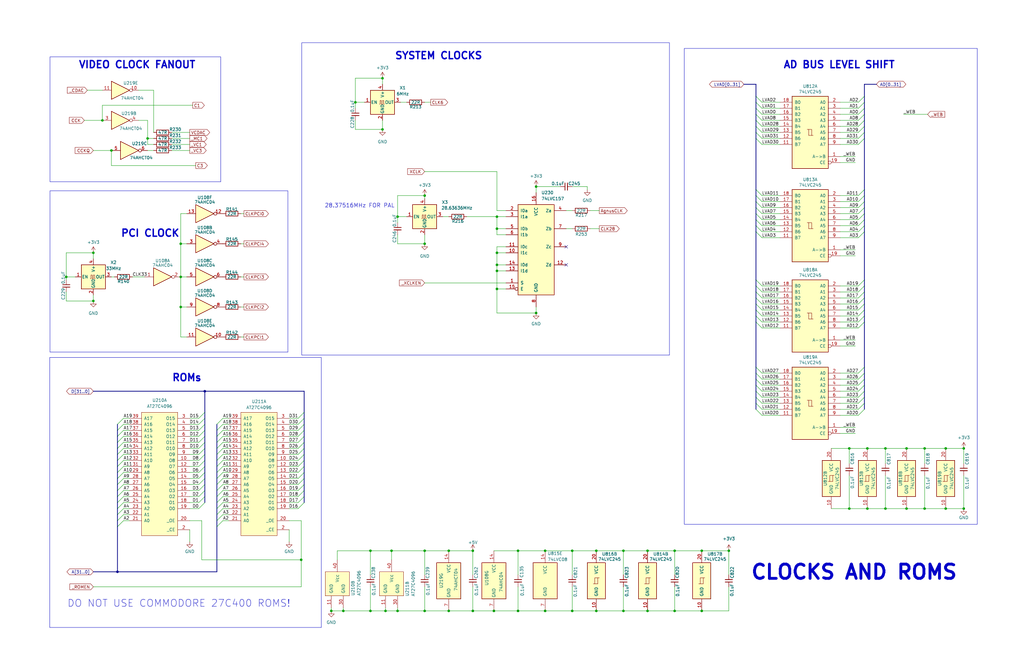
<source format=kicad_sch>
(kicad_sch (version 20231120) (generator "eeschema") (generator_version "8.0")
  (paper "B")
  (title_block (title "AMIGA PCI") (date "2025-04-01") (rev "5.1"))
  (junction (at 382.27 189.23))
  (junction (at 365.76 189.23))
  (junction (at 241.3 257.81))
  (junction (at 262.89 232.41))
  (junction (at 209.55 121.92))
  (junction (at 179.07 232.41))
  (junction (at 144.78 257.81))
  (junction (at 241.3 232.41))
  (junction (at 46.99 63.5))
  (junction (at 156.21 257.81))
  (junction (at 127 236.22))
  (junction (at 49.53 241.3))
  (junction (at 398.78 189.23))
  (junction (at 209.55 96.52))
  (junction (at 218.44 257.81))
  (junction (at 382.27 214.63))
  (junction (at 39.37 127))
  (junction (at 189.23 232.41))
  (junction (at 149.86 43.18))
  (junction (at 208.28 257.81))
  (junction (at 209.55 114.3))
  (junction (at 295.91 232.41))
  (junction (at 358.14 214.63))
  (junction (at 262.89 257.81))
  (junction (at 251.46 257.81))
  (junction (at 373.38 214.63))
  (junction (at 76.2 116.84))
  (junction (at 273.05 257.81))
  (junction (at 209.55 106.68))
  (junction (at 229.87 257.81))
  (junction (at 179.07 102.87))
  (junction (at 295.91 257.81))
  (junction (at 251.46 232.41))
  (junction (at 27.94 116.84))
  (junction (at 39.37 106.68))
  (junction (at 167.64 91.44))
  (junction (at 226.06 78.74))
  (junction (at 406.4 189.23))
  (junction (at 199.39 257.81))
  (junction (at 139.7 257.81))
  (junction (at 161.29 54.61))
  (junction (at 307.34 232.41))
  (junction (at 373.38 189.23))
  (junction (at 76.2 102.87))
  (junction (at 162.56 257.81))
  (junction (at 43.18 50.8))
  (junction (at 179.07 257.81))
  (junction (at 284.48 257.81))
  (junction (at 156.21 232.41))
  (junction (at 406.4 214.63))
  (junction (at 229.87 232.41))
  (junction (at 365.76 214.63))
  (junction (at 226.06 132.08))
  (junction (at 389.89 189.23))
  (junction (at 209.55 111.76))
  (junction (at 86.36 165.1))
  (junction (at 218.44 232.41))
  (junction (at 389.89 214.63))
  (junction (at 179.07 82.55))
  (junction (at 165.1 232.41))
  (junction (at 76.2 129.54))
  (junction (at 167.64 257.81))
  (junction (at 199.39 232.41))
  (junction (at 62.23 58.42))
  (junction (at 273.05 232.41))
  (junction (at 358.14 189.23))
  (junction (at 161.29 33.02))
  (junction (at 284.48 232.41))
  (junction (at 398.78 214.63))
  (junction (at 189.23 257.81))
  (junction (at 209.55 91.44))
  (no_connect (at 238.76 104.14))
  (no_connect (at 238.76 111.76))
  (bus_entry (at 361.95 45.72) (size 2.54 -2.54))
  (bus_entry (at 83.82 194.31) (size 2.54 -2.54))
  (bus_entry (at 93.98 214.63) (size -2.54 2.54))
  (bus_entry (at 321.31 160.02) (size -2.54 -2.54))
  (bus_entry (at 125.73 209.55) (size 2.54 -2.54))
  (bus_entry (at 93.98 194.31) (size -2.54 2.54))
  (bus_entry (at 321.31 167.64) (size -2.54 -2.54))
  (bus_entry (at 83.82 196.85) (size 2.54 -2.54))
  (bus_entry (at 83.82 204.47) (size 2.54 -2.54))
  (bus_entry (at 52.07 207.01) (size -2.54 2.54))
  (bus_entry (at 361.95 95.25) (size 2.54 -2.54))
  (bus_entry (at 93.98 207.01) (size -2.54 2.54))
  (bus_entry (at 321.31 135.89) (size -2.54 -2.54))
  (bus_entry (at 52.07 204.47) (size -2.54 2.54))
  (bus_entry (at 361.95 92.71) (size 2.54 -2.54))
  (bus_entry (at 361.95 43.18) (size 2.54 -2.54))
  (bus_entry (at 52.07 214.63) (size -2.54 2.54))
  (bus_entry (at 361.95 53.34) (size 2.54 -2.54))
  (bus_entry (at 361.95 100.33) (size 2.54 -2.54))
  (bus_entry (at 83.82 181.61) (size 2.54 -2.54))
  (bus_entry (at 361.95 165.1) (size 2.54 -2.54))
  (bus_entry (at 93.98 196.85) (size -2.54 2.54))
  (bus_entry (at 125.73 204.47) (size 2.54 -2.54))
  (bus_entry (at 321.31 85.09) (size -2.54 -2.54))
  (bus_entry (at 52.07 184.15) (size -2.54 2.54))
  (bus_entry (at 93.98 186.69) (size -2.54 2.54))
  (bus_entry (at 361.95 157.48) (size 2.54 -2.54))
  (bus_entry (at 361.95 160.02) (size 2.54 -2.54))
  (bus_entry (at 321.31 162.56) (size -2.54 -2.54))
  (bus_entry (at 83.82 186.69) (size 2.54 -2.54))
  (bus_entry (at 93.98 189.23) (size -2.54 2.54))
  (bus_entry (at 93.98 212.09) (size -2.54 2.54))
  (bus_entry (at 93.98 201.93) (size -2.54 2.54))
  (bus_entry (at 125.73 207.01) (size 2.54 -2.54))
  (bus_entry (at 321.31 53.34) (size -2.54 -2.54))
  (bus_entry (at 52.07 191.77) (size -2.54 2.54))
  (bus_entry (at 83.82 184.15) (size 2.54 -2.54))
  (bus_entry (at 52.07 194.31) (size -2.54 2.54))
  (bus_entry (at 321.31 92.71) (size -2.54 -2.54))
  (bus_entry (at 125.73 179.07) (size 2.54 -2.54))
  (bus_entry (at 52.07 212.09) (size -2.54 2.54))
  (bus_entry (at 321.31 50.8) (size -2.54 -2.54))
  (bus_entry (at 83.82 207.01) (size 2.54 -2.54))
  (bus_entry (at 52.07 176.53) (size -2.54 2.54))
  (bus_entry (at 361.95 162.56) (size 2.54 -2.54))
  (bus_entry (at 321.31 170.18) (size -2.54 -2.54))
  (bus_entry (at 93.98 219.71) (size -2.54 2.54))
  (bus_entry (at 321.31 97.79) (size -2.54 -2.54))
  (bus_entry (at 361.95 120.65) (size 2.54 -2.54))
  (bus_entry (at 52.07 181.61) (size -2.54 2.54))
  (bus_entry (at 93.98 179.07) (size -2.54 2.54))
  (bus_entry (at 83.82 179.07) (size 2.54 -2.54))
  (bus_entry (at 83.82 212.09) (size 2.54 -2.54))
  (bus_entry (at 321.31 123.19) (size -2.54 -2.54))
  (bus_entry (at 52.07 219.71) (size -2.54 2.54))
  (bus_entry (at 125.73 212.09) (size 2.54 -2.54))
  (bus_entry (at 361.95 85.09) (size 2.54 -2.54))
  (bus_entry (at 361.95 48.26) (size 2.54 -2.54))
  (bus_entry (at 52.07 196.85) (size -2.54 2.54))
  (bus_entry (at 125.73 186.69) (size 2.54 -2.54))
  (bus_entry (at 321.31 175.26) (size -2.54 -2.54))
  (bus_entry (at 52.07 209.55) (size -2.54 2.54))
  (bus_entry (at 125.73 189.23) (size 2.54 -2.54))
  (bus_entry (at 361.95 125.73) (size 2.54 -2.54))
  (bus_entry (at 93.98 191.77) (size -2.54 2.54))
  (bus_entry (at 321.31 87.63) (size -2.54 -2.54))
  (bus_entry (at 361.95 128.27) (size 2.54 -2.54))
  (bus_entry (at 321.31 45.72) (size -2.54 -2.54))
  (bus_entry (at 361.95 87.63) (size 2.54 -2.54))
  (bus_entry (at 321.31 48.26) (size -2.54 -2.54))
  (bus_entry (at 321.31 157.48) (size -2.54 -2.54))
  (bus_entry (at 361.95 130.81) (size 2.54 -2.54))
  (bus_entry (at 321.31 43.18) (size -2.54 -2.54))
  (bus_entry (at 321.31 90.17) (size -2.54 -2.54))
  (bus_entry (at 93.98 217.17) (size -2.54 2.54))
  (bus_entry (at 361.95 90.17) (size 2.54 -2.54))
  (bus_entry (at 83.82 176.53) (size 2.54 -2.54))
  (bus_entry (at 361.95 138.43) (size 2.54 -2.54))
  (bus_entry (at 361.95 82.55) (size 2.54 -2.54))
  (bus_entry (at 321.31 130.81) (size -2.54 -2.54))
  (bus_entry (at 83.82 191.77) (size 2.54 -2.54))
  (bus_entry (at 321.31 95.25) (size -2.54 -2.54))
  (bus_entry (at 321.31 125.73) (size -2.54 -2.54))
  (bus_entry (at 361.95 60.96) (size 2.54 -2.54))
  (bus_entry (at 125.73 214.63) (size 2.54 -2.54))
  (bus_entry (at 321.31 55.88) (size -2.54 -2.54))
  (bus_entry (at 321.31 172.72) (size -2.54 -2.54))
  (bus_entry (at 361.95 55.88) (size 2.54 -2.54))
  (bus_entry (at 93.98 181.61) (size -2.54 2.54))
  (bus_entry (at 361.95 135.89) (size 2.54 -2.54))
  (bus_entry (at 125.73 196.85) (size 2.54 -2.54))
  (bus_entry (at 361.95 97.79) (size 2.54 -2.54))
  (bus_entry (at 361.95 172.72) (size 2.54 -2.54))
  (bus_entry (at 125.73 184.15) (size 2.54 -2.54))
  (bus_entry (at 361.95 133.35) (size 2.54 -2.54))
  (bus_entry (at 93.98 176.53) (size -2.54 2.54))
  (bus_entry (at 361.95 175.26) (size 2.54 -2.54))
  (bus_entry (at 321.31 60.96) (size -2.54 -2.54))
  (bus_entry (at 321.31 100.33) (size -2.54 -2.54))
  (bus_entry (at 52.07 189.23) (size -2.54 2.54))
  (bus_entry (at 361.95 58.42) (size 2.54 -2.54))
  (bus_entry (at 52.07 201.93) (size -2.54 2.54))
  (bus_entry (at 321.31 138.43) (size -2.54 -2.54))
  (bus_entry (at 83.82 189.23) (size 2.54 -2.54))
  (bus_entry (at 52.07 179.07) (size -2.54 2.54))
  (bus_entry (at 93.98 204.47) (size -2.54 2.54))
  (bus_entry (at 361.95 50.8) (size 2.54 -2.54))
  (bus_entry (at 321.31 165.1) (size -2.54 -2.54))
  (bus_entry (at 52.07 186.69) (size -2.54 2.54))
  (bus_entry (at 321.31 58.42) (size -2.54 -2.54))
  (bus_entry (at 361.95 123.19) (size 2.54 -2.54))
  (bus_entry (at 125.73 194.31) (size 2.54 -2.54))
  (bus_entry (at 52.07 217.17) (size -2.54 2.54))
  (bus_entry (at 125.73 199.39) (size 2.54 -2.54))
  (bus_entry (at 321.31 82.55) (size -2.54 -2.54))
  (bus_entry (at 125.73 191.77) (size 2.54 -2.54))
  (bus_entry (at 93.98 184.15) (size -2.54 2.54))
  (bus_entry (at 93.98 209.55) (size -2.54 2.54))
  (bus_entry (at 125.73 181.61) (size 2.54 -2.54))
  (bus_entry (at 83.82 199.39) (size 2.54 -2.54))
  (bus_entry (at 321.31 133.35) (size -2.54 -2.54))
  (bus_entry (at 361.95 170.18) (size 2.54 -2.54))
  (bus_entry (at 93.98 199.39) (size -2.54 2.54))
  (bus_entry (at 361.95 167.64) (size 2.54 -2.54))
  (bus_entry (at 125.73 201.93) (size 2.54 -2.54))
  (bus_entry (at 321.31 128.27) (size -2.54 -2.54))
  (bus_entry (at 52.07 199.39) (size -2.54 2.54))
  (bus_entry (at 83.82 201.93) (size 2.54 -2.54))
  (bus_entry (at 125.73 176.53) (size 2.54 -2.54))
  (bus_entry (at 83.82 214.63) (size 2.54 -2.54))
  (bus_entry (at 321.31 120.65) (size -2.54 -2.54))
  (bus_entry (at 83.82 209.55) (size 2.54 -2.54))
  (bus (pts (xy 49.53 191.77) (xy 49.53 194.31)))
  (bus (pts (xy 86.36 165.1) (xy 128.27 165.1)))
  (wire (pts (xy 199.39 242.57) (xy 199.39 232.41)))
  (wire (pts (xy 284.48 257.81) (xy 295.91 257.81)))
  (wire (pts (xy 321.31 90.17) (xy 328.93 90.17)))
  (wire (pts (xy 321.31 45.72) (xy 328.93 45.72)))
  (bus (pts (xy 318.77 170.18) (xy 318.77 167.64)))
  (wire (pts (xy 354.33 107.95) (xy 360.68 107.95)))
  (wire (pts (xy 354.33 182.88) (xy 360.68 182.88)))
  (wire (pts (xy 167.64 256.54) (xy 167.64 257.81)))
  (wire (pts (xy 321.31 60.96) (xy 328.93 60.96)))
  (wire (pts (xy 199.39 257.81) (xy 208.28 257.81)))
  (wire (pts (xy 64.77 58.42) (xy 62.23 58.42)))
  (wire (pts (xy 101.6 90.17) (xy 102.87 90.17)))
  (wire (pts (xy 43.18 44.45) (xy 81.28 44.45)))
  (bus (pts (xy 49.53 184.15) (xy 49.53 186.69)))
  (wire (pts (xy 238.76 96.52) (xy 241.3 96.52)))
  (bus (pts (xy 91.44 196.85) (xy 91.44 199.39)))
  (bus (pts (xy 39.37 241.3) (xy 49.53 241.3)))
  (wire (pts (xy 284.48 257.81) (xy 284.48 247.65)))
  (wire (pts (xy 361.95 43.18) (xy 354.33 43.18)))
  (wire (pts (xy 179.07 232.41) (xy 189.23 232.41)))
  (wire (pts (xy 96.52 219.71) (xy 93.98 219.71)))
  (wire (pts (xy 121.92 189.23) (xy 125.73 189.23)))
  (wire (pts (xy 321.31 50.8) (xy 328.93 50.8)))
  (wire (pts (xy 149.86 33.02) (xy 161.29 33.02)))
  (wire (pts (xy 96.52 196.85) (xy 93.98 196.85)))
  (bus (pts (xy 318.77 43.18) (xy 318.77 40.64)))
  (bus (pts (xy 86.36 186.69) (xy 86.36 189.23)))
  (wire (pts (xy 62.23 58.42) (xy 62.23 60.96)))
  (wire (pts (xy 78.74 142.24) (xy 76.2 142.24)))
  (bus (pts (xy 318.77 97.79) (xy 318.77 95.25)))
  (wire (pts (xy 142.24 232.41) (xy 156.21 232.41)))
  (bus (pts (xy 318.77 162.56) (xy 318.77 160.02)))
  (bus (pts (xy 49.53 241.3) (xy 91.44 241.3)))
  (bus (pts (xy 128.27 186.69) (xy 128.27 189.23)))
  (wire (pts (xy 54.61 184.15) (xy 52.07 184.15)))
  (bus (pts (xy 364.49 172.72) (xy 364.49 170.18)))
  (bus (pts (xy 364.49 160.02) (xy 364.49 157.48)))
  (wire (pts (xy 179.07 247.65) (xy 179.07 257.81)))
  (wire (pts (xy 121.92 186.69) (xy 125.73 186.69)))
  (bus (pts (xy 364.49 95.25) (xy 364.49 92.71)))
  (wire (pts (xy 189.23 232.41) (xy 199.39 232.41)))
  (wire (pts (xy 161.29 33.02) (xy 161.29 35.56)))
  (bus (pts (xy 49.53 222.25) (xy 49.53 241.3)))
  (wire (pts (xy 241.3 232.41) (xy 229.87 232.41)))
  (wire (pts (xy 358.14 189.23) (xy 365.76 189.23)))
  (wire (pts (xy 361.95 87.63) (xy 354.33 87.63)))
  (wire (pts (xy 101.6 142.24) (xy 102.87 142.24)))
  (wire (pts (xy 78.74 90.17) (xy 76.2 90.17)))
  (bus (pts (xy 49.53 201.93) (xy 49.53 204.47)))
  (wire (pts (xy 80.01 194.31) (xy 83.82 194.31)))
  (bus (pts (xy 364.49 125.73) (xy 364.49 123.19)))
  (wire (pts (xy 80.01 209.55) (xy 83.82 209.55)))
  (wire (pts (xy 209.55 72.39) (xy 179.07 72.39)))
  (bus (pts (xy 364.49 170.18) (xy 364.49 167.64)))
  (wire (pts (xy 361.95 170.18) (xy 354.33 170.18)))
  (bus (pts (xy 49.53 214.63) (xy 49.53 217.17)))
  (bus (pts (xy 318.77 58.42) (xy 318.77 55.88)))
  (wire (pts (xy 361.95 95.25) (xy 354.33 95.25)))
  (wire (pts (xy 39.37 106.68) (xy 39.37 109.22)))
  (wire (pts (xy 361.95 172.72) (xy 354.33 172.72)))
  (bus (pts (xy 91.44 181.61) (xy 91.44 184.15)))
  (wire (pts (xy 218.44 232.41) (xy 229.87 232.41)))
  (bus (pts (xy 128.27 199.39) (xy 128.27 201.93)))
  (wire (pts (xy 186.69 91.44) (xy 189.23 91.44)))
  (wire (pts (xy 252.73 96.52) (xy 248.92 96.52)))
  (bus (pts (xy 318.77 85.09) (xy 318.77 82.55)))
  (wire (pts (xy 361.95 58.42) (xy 354.33 58.42)))
  (wire (pts (xy 389.89 200.66) (xy 389.89 214.63)))
  (wire (pts (xy 96.52 179.07) (xy 93.98 179.07)))
  (bus (pts (xy 128.27 209.55) (xy 128.27 212.09)))
  (bus (pts (xy 364.49 123.19) (xy 364.49 120.65)))
  (wire (pts (xy 121.92 184.15) (xy 125.73 184.15)))
  (wire (pts (xy 209.55 88.9) (xy 213.36 88.9)))
  (wire (pts (xy 162.56 257.81) (xy 167.64 257.81)))
  (bus (pts (xy 128.27 196.85) (xy 128.27 199.39)))
  (wire (pts (xy 350.52 189.23) (xy 358.14 189.23)))
  (wire (pts (xy 31.75 116.84) (xy 27.94 116.84)))
  (bus (pts (xy 364.49 154.94) (xy 364.49 135.89)))
  (bus (pts (xy 128.27 204.47) (xy 128.27 207.01)))
  (wire (pts (xy 27.94 106.68) (xy 39.37 106.68)))
  (wire (pts (xy 209.55 121.92) (xy 209.55 132.08)))
  (wire (pts (xy 80.01 181.61) (xy 83.82 181.61)))
  (wire (pts (xy 121.92 199.39) (xy 125.73 199.39)))
  (bus (pts (xy 364.49 92.71) (xy 364.49 90.17)))
  (wire (pts (xy 307.34 242.57) (xy 307.34 232.41)))
  (bus (pts (xy 318.77 165.1) (xy 318.77 162.56)))
  (wire (pts (xy 218.44 257.81) (xy 229.87 257.81)))
  (bus (pts (xy 318.77 125.73) (xy 318.77 123.19)))
  (wire (pts (xy 80.01 196.85) (xy 83.82 196.85)))
  (wire (pts (xy 171.45 91.44) (xy 167.64 91.44)))
  (wire (pts (xy 153.67 43.18) (xy 149.86 43.18)))
  (wire (pts (xy 121.92 204.47) (xy 125.73 204.47)))
  (wire (pts (xy 273.05 257.81) (xy 284.48 257.81)))
  (wire (pts (xy 179.07 232.41) (xy 179.07 242.57)))
  (wire (pts (xy 321.31 120.65) (xy 328.93 120.65)))
  (wire (pts (xy 39.37 63.5) (xy 46.99 63.5)))
  (wire (pts (xy 43.18 50.8) (xy 43.18 44.45)))
  (wire (pts (xy 96.52 191.77) (xy 93.98 191.77)))
  (bus (pts (xy 318.77 118.11) (xy 318.77 97.79)))
  (wire (pts (xy 321.31 55.88) (xy 328.93 55.88)))
  (wire (pts (xy 209.55 111.76) (xy 209.55 114.3)))
  (wire (pts (xy 27.94 127) (xy 39.37 127)))
  (wire (pts (xy 168.91 43.18) (xy 171.45 43.18)))
  (wire (pts (xy 213.36 104.14) (xy 209.55 104.14)))
  (wire (pts (xy 361.95 100.33) (xy 354.33 100.33)))
  (wire (pts (xy 80.01 204.47) (xy 83.82 204.47)))
  (wire (pts (xy 27.94 116.84) (xy 27.94 106.68)))
  (wire (pts (xy 321.31 165.1) (xy 328.93 165.1)))
  (bus (pts (xy 318.77 160.02) (xy 318.77 157.48)))
  (bus (pts (xy 364.49 135.89) (xy 364.49 133.35)))
  (wire (pts (xy 96.52 189.23) (xy 93.98 189.23)))
  (wire (pts (xy 36.83 38.1) (xy 43.18 38.1)))
  (bus (pts (xy 318.77 133.35) (xy 318.77 130.81)))
  (wire (pts (xy 127 236.22) (xy 127 219.71)))
  (wire (pts (xy 209.55 114.3) (xy 213.36 114.3)))
  (wire (pts (xy 365.76 189.23) (xy 373.38 189.23)))
  (bus (pts (xy 128.27 194.31) (xy 128.27 196.85)))
  (wire (pts (xy 80.01 191.77) (xy 83.82 191.77)))
  (wire (pts (xy 165.1 232.41) (xy 179.07 232.41)))
  (bus (pts (xy 91.44 191.77) (xy 91.44 194.31)))
  (wire (pts (xy 241.3 232.41) (xy 251.46 232.41)))
  (bus (pts (xy 49.53 181.61) (xy 49.53 184.15)))
  (wire (pts (xy 361.95 125.73) (xy 354.33 125.73)))
  (wire (pts (xy 262.89 257.81) (xy 262.89 247.65)))
  (wire (pts (xy 398.78 189.23) (xy 406.4 189.23)))
  (wire (pts (xy 321.31 170.18) (xy 328.93 170.18)))
  (wire (pts (xy 321.31 100.33) (xy 328.93 100.33)))
  (wire (pts (xy 167.64 91.44) (xy 167.64 82.55)))
  (wire (pts (xy 361.95 138.43) (xy 354.33 138.43)))
  (bus (pts (xy 318.77 48.26) (xy 318.77 45.72)))
  (bus (pts (xy 364.49 120.65) (xy 364.49 118.11)))
  (wire (pts (xy 361.95 130.81) (xy 354.33 130.81)))
  (bus (pts (xy 128.27 179.07) (xy 128.27 181.61)))
  (wire (pts (xy 209.55 96.52) (xy 209.55 91.44)))
  (wire (pts (xy 321.31 130.81) (xy 328.93 130.81)))
  (wire (pts (xy 373.38 189.23) (xy 373.38 195.58)))
  (wire (pts (xy 382.27 214.63) (xy 389.89 214.63)))
  (wire (pts (xy 54.61 219.71) (xy 52.07 219.71)))
  (bus (pts (xy 91.44 207.01) (xy 91.44 209.55)))
  (wire (pts (xy 27.94 123.19) (xy 27.94 127)))
  (wire (pts (xy 321.31 87.63) (xy 328.93 87.63)))
  (wire (pts (xy 358.14 214.63) (xy 358.14 200.66)))
  (wire (pts (xy 72.39 55.88) (xy 80.01 55.88)))
  (wire (pts (xy 321.31 43.18) (xy 328.93 43.18)))
  (wire (pts (xy 101.6 129.54) (xy 102.87 129.54)))
  (wire (pts (xy 96.52 194.31) (xy 93.98 194.31)))
  (bus (pts (xy 318.77 135.89) (xy 318.77 133.35)))
  (bus (pts (xy 318.77 82.55) (xy 318.77 80.01)))
  (wire (pts (xy 80.01 223.52) (xy 80.01 228.6)))
  (wire (pts (xy 321.31 53.34) (xy 328.93 53.34)))
  (wire (pts (xy 321.31 160.02) (xy 328.93 160.02)))
  (wire (pts (xy 218.44 247.65) (xy 218.44 257.81)))
  (wire (pts (xy 358.14 195.58) (xy 358.14 189.23)))
  (bus (pts (xy 39.37 165.1) (xy 86.36 165.1)))
  (wire (pts (xy 80.01 214.63) (xy 83.82 214.63)))
  (wire (pts (xy 121.92 176.53) (xy 125.73 176.53)))
  (wire (pts (xy 321.31 167.64) (xy 328.93 167.64)))
  (wire (pts (xy 121.92 219.71) (xy 127 219.71)))
  (wire (pts (xy 321.31 175.26) (xy 328.93 175.26)))
  (wire (pts (xy 156.21 257.81) (xy 162.56 257.81)))
  (wire (pts (xy 80.01 179.07) (xy 83.82 179.07)))
  (wire (pts (xy 389.89 189.23) (xy 389.89 195.58)))
  (wire (pts (xy 199.39 247.65) (xy 199.39 257.81)))
  (wire (pts (xy 321.31 95.25) (xy 328.93 95.25)))
  (wire (pts (xy 361.95 53.34) (xy 354.33 53.34)))
  (bus (pts (xy 364.49 58.42) (xy 364.49 55.88)))
  (wire (pts (xy 72.39 58.42) (xy 80.01 58.42)))
  (wire (pts (xy 262.89 242.57) (xy 262.89 232.41)))
  (bus (pts (xy 318.77 40.64) (xy 318.77 35.56)))
  (wire (pts (xy 121.92 209.55) (xy 125.73 209.55)))
  (bus (pts (xy 313.69 35.56) (xy 318.77 35.56)))
  (wire (pts (xy 365.76 214.63) (xy 373.38 214.63)))
  (wire (pts (xy 149.86 43.18) (xy 149.86 33.02)))
  (bus (pts (xy 318.77 120.65) (xy 318.77 118.11)))
  (wire (pts (xy 80.01 176.53) (xy 83.82 176.53)))
  (bus (pts (xy 364.49 128.27) (xy 364.49 125.73)))
  (wire (pts (xy 262.89 232.41) (xy 251.46 232.41)))
  (bus (pts (xy 86.36 194.31) (xy 86.36 196.85)))
  (wire (pts (xy 96.52 207.01) (xy 93.98 207.01)))
  (wire (pts (xy 76.2 142.24) (xy 76.2 129.54)))
  (bus (pts (xy 318.77 53.34) (xy 318.77 50.8)))
  (wire (pts (xy 80.01 212.09) (xy 83.82 212.09)))
  (bus (pts (xy 364.49 43.18) (xy 364.49 40.64)))
  (wire (pts (xy 76.2 129.54) (xy 76.2 116.84)))
  (wire (pts (xy 96.52 199.39) (xy 93.98 199.39)))
  (wire (pts (xy 361.95 85.09) (xy 354.33 85.09)))
  (wire (pts (xy 121.92 181.61) (xy 125.73 181.61)))
  (wire (pts (xy 321.31 48.26) (xy 328.93 48.26)))
  (wire (pts (xy 321.31 128.27) (xy 328.93 128.27)))
  (wire (pts (xy 96.52 184.15) (xy 93.98 184.15)))
  (wire (pts (xy 58.42 38.1) (xy 64.77 38.1)))
  (wire (pts (xy 54.61 199.39) (xy 52.07 199.39)))
  (wire (pts (xy 55.88 116.84) (xy 60.96 116.84)))
  (wire (pts (xy 361.95 128.27) (xy 354.33 128.27)))
  (bus (pts (xy 86.36 181.61) (xy 86.36 184.15)))
  (wire (pts (xy 54.61 191.77) (xy 52.07 191.77)))
  (bus (pts (xy 318.77 80.01) (xy 318.77 58.42)))
  (bus (pts (xy 49.53 209.55) (xy 49.53 212.09)))
  (wire (pts (xy 361.95 50.8) (xy 354.33 50.8)))
  (wire (pts (xy 361.95 123.19) (xy 354.33 123.19)))
  (bus (pts (xy 128.27 184.15) (xy 128.27 186.69)))
  (wire (pts (xy 149.86 54.61) (xy 161.29 54.61)))
  (wire (pts (xy 241.3 78.74) (xy 247.65 78.74)))
  (bus (pts (xy 49.53 186.69) (xy 49.53 189.23)))
  (wire (pts (xy 361.95 167.64) (xy 354.33 167.64)))
  (wire (pts (xy 139.7 257.81) (xy 144.78 257.81)))
  (wire (pts (xy 62.23 58.42) (xy 62.23 50.8)))
  (bus (pts (xy 49.53 179.07) (xy 49.53 181.61)))
  (bus (pts (xy 364.49 167.64) (xy 364.49 165.1)))
  (bus (pts (xy 364.49 55.88) (xy 364.49 53.34)))
  (wire (pts (xy 361.95 157.48) (xy 354.33 157.48)))
  (bus (pts (xy 364.49 45.72) (xy 364.49 43.18)))
  (wire (pts (xy 209.55 132.08) (xy 226.06 132.08)))
  (wire (pts (xy 80.01 189.23) (xy 83.82 189.23)))
  (wire (pts (xy 226.06 78.74) (xy 236.22 78.74)))
  (wire (pts (xy 165.1 232.41) (xy 165.1 236.22)))
  (wire (pts (xy 179.07 82.55) (xy 179.07 83.82)))
  (wire (pts (xy 72.39 60.96) (xy 80.01 60.96)))
  (wire (pts (xy 361.95 175.26) (xy 354.33 175.26)))
  (wire (pts (xy 54.61 189.23) (xy 52.07 189.23)))
  (wire (pts (xy 209.55 99.06) (xy 209.55 96.52)))
  (bus (pts (xy 91.44 184.15) (xy 91.44 186.69)))
  (wire (pts (xy 226.06 132.08) (xy 226.06 129.54)))
  (wire (pts (xy 241.3 257.81) (xy 251.46 257.81)))
  (wire (pts (xy 321.31 82.55) (xy 328.93 82.55)))
  (wire (pts (xy 80.01 199.39) (xy 83.82 199.39)))
  (bus (pts (xy 86.36 179.07) (xy 86.36 181.61)))
  (wire (pts (xy 96.52 186.69) (xy 93.98 186.69)))
  (wire (pts (xy 321.31 162.56) (xy 328.93 162.56)))
  (wire (pts (xy 54.61 217.17) (xy 52.07 217.17)))
  (wire (pts (xy 167.64 91.44) (xy 167.64 93.98)))
  (wire (pts (xy 284.48 232.41) (xy 273.05 232.41)))
  (wire (pts (xy 373.38 214.63) (xy 382.27 214.63)))
  (bus (pts (xy 91.44 222.25) (xy 91.44 241.3)))
  (wire (pts (xy 321.31 97.79) (xy 328.93 97.79)))
  (bus (pts (xy 318.77 90.17) (xy 318.77 87.63)))
  (bus (pts (xy 128.27 201.93) (xy 128.27 204.47)))
  (wire (pts (xy 96.52 217.17) (xy 93.98 217.17)))
  (bus (pts (xy 91.44 199.39) (xy 91.44 201.93)))
  (wire (pts (xy 54.61 201.93) (xy 52.07 201.93)))
  (wire (pts (xy 80.01 186.69) (xy 83.82 186.69)))
  (wire (pts (xy 167.64 82.55) (xy 179.07 82.55)))
  (wire (pts (xy 179.07 119.38) (xy 213.36 119.38)))
  (wire (pts (xy 251.46 257.81) (xy 262.89 257.81)))
  (wire (pts (xy 121.92 207.01) (xy 125.73 207.01)))
  (wire (pts (xy 354.33 66.04) (xy 360.68 66.04)))
  (wire (pts (xy 361.95 162.56) (xy 354.33 162.56)))
  (wire (pts (xy 167.64 99.06) (xy 167.64 102.87)))
  (wire (pts (xy 121.92 214.63) (xy 125.73 214.63)))
  (bus (pts (xy 49.53 189.23) (xy 49.53 191.77)))
  (wire (pts (xy 373.38 189.23) (xy 382.27 189.23)))
  (wire (pts (xy 354.33 105.41) (xy 360.68 105.41)))
  (bus (pts (xy 318.77 87.63) (xy 318.77 85.09)))
  (bus (pts (xy 49.53 196.85) (xy 49.53 199.39)))
  (wire (pts (xy 179.07 257.81) (xy 189.23 257.81)))
  (bus (pts (xy 49.53 199.39) (xy 49.53 201.93)))
  (bus (pts (xy 86.36 204.47) (xy 86.36 207.01)))
  (bus (pts (xy 86.36 184.15) (xy 86.36 186.69)))
  (wire (pts (xy 241.3 257.81) (xy 241.3 247.65)))
  (wire (pts (xy 361.95 135.89) (xy 354.33 135.89)))
  (wire (pts (xy 96.52 181.61) (xy 93.98 181.61)))
  (bus (pts (xy 49.53 217.17) (xy 49.53 219.71)))
  (bus (pts (xy 49.53 212.09) (xy 49.53 214.63)))
  (bus (pts (xy 49.53 219.71) (xy 49.53 222.25)))
  (bus (pts (xy 86.36 189.23) (xy 86.36 191.77)))
  (wire (pts (xy 361.95 60.96) (xy 354.33 60.96)))
  (wire (pts (xy 96.52 214.63) (xy 93.98 214.63)))
  (bus (pts (xy 364.49 82.55) (xy 364.49 80.01)))
  (wire (pts (xy 54.61 186.69) (xy 52.07 186.69)))
  (bus (pts (xy 364.49 87.63) (xy 364.49 85.09)))
  (wire (pts (xy 354.33 180.34) (xy 360.68 180.34)))
  (wire (pts (xy 46.99 116.84) (xy 48.26 116.84)))
  (bus (pts (xy 86.36 165.1) (xy 86.36 173.99)))
  (wire (pts (xy 406.4 195.58) (xy 406.4 189.23)))
  (wire (pts (xy 209.55 72.39) (xy 209.55 88.9)))
  (bus (pts (xy 49.53 204.47) (xy 49.53 207.01)))
  (bus (pts (xy 364.49 130.81) (xy 364.49 128.27)))
  (bus (pts (xy 91.44 194.31) (xy 91.44 196.85)))
  (bus (pts (xy 318.77 172.72) (xy 318.77 170.18)))
  (bus (pts (xy 364.49 85.09) (xy 364.49 82.55)))
  (bus (pts (xy 86.36 173.99) (xy 86.36 176.53)))
  (bus (pts (xy 318.77 130.81) (xy 318.77 128.27)))
  (wire (pts (xy 321.31 138.43) (xy 328.93 138.43)))
  (wire (pts (xy 361.95 97.79) (xy 354.33 97.79)))
  (wire (pts (xy 389.89 214.63) (xy 398.78 214.63)))
  (wire (pts (xy 209.55 111.76) (xy 213.36 111.76)))
  (wire (pts (xy 218.44 232.41) (xy 218.44 242.57)))
  (wire (pts (xy 121.92 194.31) (xy 125.73 194.31)))
  (wire (pts (xy 72.39 63.5) (xy 80.01 63.5)))
  (wire (pts (xy 46.99 69.85) (xy 46.99 63.5)))
  (bus (pts (xy 128.27 181.61) (xy 128.27 184.15)))
  (bus (pts (xy 318.77 45.72) (xy 318.77 43.18)))
  (wire (pts (xy 321.31 135.89) (xy 328.93 135.89)))
  (wire (pts (xy 354.33 143.51) (xy 360.68 143.51)))
  (bus (pts (xy 364.49 40.64) (xy 364.49 35.56)))
  (bus (pts (xy 86.36 191.77) (xy 86.36 194.31)))
  (bus (pts (xy 91.44 189.23) (xy 91.44 191.77)))
  (wire (pts (xy 85.09 236.22) (xy 127 236.22)))
  (bus (pts (xy 364.49 48.26) (xy 364.49 45.72)))
  (bus (pts (xy 364.49 157.48) (xy 364.49 154.94)))
  (wire (pts (xy 208.28 257.81) (xy 218.44 257.81)))
  (wire (pts (xy 80.01 184.15) (xy 83.82 184.15)))
  (wire (pts (xy 262.89 257.81) (xy 273.05 257.81)))
  (bus (pts (xy 128.27 173.99) (xy 128.27 165.1)))
  (bus (pts (xy 364.49 97.79) (xy 364.49 95.25)))
  (bus (pts (xy 364.49 53.34) (xy 364.49 50.8)))
  (wire (pts (xy 121.92 196.85) (xy 125.73 196.85)))
  (wire (pts (xy 58.42 50.8) (xy 62.23 50.8)))
  (wire (pts (xy 209.55 114.3) (xy 209.55 121.92)))
  (bus (pts (xy 91.44 201.93) (xy 91.44 204.47)))
  (wire (pts (xy 76.2 102.87) (xy 76.2 116.84)))
  (wire (pts (xy 209.55 91.44) (xy 213.36 91.44)))
  (wire (pts (xy 127 247.65) (xy 39.37 247.65)))
  (bus (pts (xy 318.77 55.88) (xy 318.77 53.34)))
  (wire (pts (xy 156.21 232.41) (xy 156.21 242.57)))
  (bus (pts (xy 318.77 95.25) (xy 318.77 92.71)))
  (wire (pts (xy 54.61 194.31) (xy 52.07 194.31)))
  (wire (pts (xy 307.34 257.81) (xy 307.34 247.65)))
  (wire (pts (xy 96.52 212.09) (xy 93.98 212.09)))
  (bus (pts (xy 128.27 176.53) (xy 128.27 179.07)))
  (wire (pts (xy 96.52 204.47) (xy 93.98 204.47)))
  (wire (pts (xy 179.07 99.06) (xy 179.07 102.87)))
  (wire (pts (xy 229.87 257.81) (xy 241.3 257.81)))
  (bus (pts (xy 364.49 162.56) (xy 364.49 160.02)))
  (wire (pts (xy 262.89 232.41) (xy 273.05 232.41)))
  (wire (pts (xy 76.2 116.84) (xy 78.74 116.84)))
  (bus (pts (xy 364.49 133.35) (xy 364.49 130.81)))
  (wire (pts (xy 167.64 257.81) (xy 179.07 257.81)))
  (wire (pts (xy 96.52 176.53) (xy 93.98 176.53)))
  (wire (pts (xy 354.33 146.05) (xy 360.68 146.05)))
  (bus (pts (xy 364.49 80.01) (xy 364.49 58.42)))
  (wire (pts (xy 208.28 232.41) (xy 218.44 232.41)))
  (wire (pts (xy 35.56 50.8) (xy 43.18 50.8)))
  (wire (pts (xy 142.24 232.41) (xy 142.24 236.22)))
  (wire (pts (xy 196.85 91.44) (xy 209.55 91.44)))
  (bus (pts (xy 318.77 128.27) (xy 318.77 125.73)))
  (wire (pts (xy 321.31 92.71) (xy 328.93 92.71)))
  (wire (pts (xy 162.56 256.54) (xy 162.56 257.81)))
  (wire (pts (xy 321.31 133.35) (xy 328.93 133.35)))
  (bus (pts (xy 91.44 204.47) (xy 91.44 207.01)))
  (bus (pts (xy 91.44 217.17) (xy 91.44 219.71)))
  (wire (pts (xy 382.27 189.23) (xy 389.89 189.23)))
  (wire (pts (xy 76.2 90.17) (xy 76.2 102.87)))
  (bus (pts (xy 91.44 219.71) (xy 91.44 222.25)))
  (wire (pts (xy 127 247.65) (xy 127 236.22)))
  (bus (pts (xy 318.77 154.94) (xy 318.77 135.89)))
  (wire (pts (xy 96.52 201.93) (xy 93.98 201.93)))
  (wire (pts (xy 389.89 189.23) (xy 398.78 189.23)))
  (wire (pts (xy 241.3 88.9) (xy 238.76 88.9)))
  (wire (pts (xy 149.86 43.18) (xy 149.86 45.72)))
  (bus (pts (xy 49.53 194.31) (xy 49.53 196.85)))
  (bus (pts (xy 364.49 118.11) (xy 364.49 97.79)))
  (bus (pts (xy 318.77 50.8) (xy 318.77 48.26)))
  (bus (pts (xy 364.49 90.17) (xy 364.49 87.63)))
  (bus (pts (xy 128.27 189.23) (xy 128.27 191.77)))
  (wire (pts (xy 361.95 160.02) (xy 354.33 160.02)))
  (bus (pts (xy 86.36 201.93) (xy 86.36 204.47)))
  (wire (pts (xy 213.36 121.92) (xy 209.55 121.92)))
  (wire (pts (xy 80.01 207.01) (xy 83.82 207.01)))
  (wire (pts (xy 252.73 88.9) (xy 248.92 88.9)))
  (wire (pts (xy 406.4 200.66) (xy 406.4 214.63)))
  (wire (pts (xy 398.78 214.63) (xy 406.4 214.63)))
  (wire (pts (xy 307.34 232.41) (xy 295.91 232.41)))
  (wire (pts (xy 54.61 207.01) (xy 52.07 207.01)))
  (bus (pts (xy 91.44 214.63) (xy 91.44 217.17)))
  (wire (pts (xy 64.77 38.1) (xy 64.77 55.88)))
  (wire (pts (xy 27.94 116.84) (xy 27.94 118.11)))
  (bus (pts (xy 128.27 207.01) (xy 128.27 209.55)))
  (wire (pts (xy 247.65 78.74) (xy 247.65 80.01)))
  (wire (pts (xy 209.55 106.68) (xy 209.55 111.76)))
  (wire (pts (xy 139.7 256.54) (xy 139.7 257.81)))
  (wire (pts (xy 54.61 214.63) (xy 52.07 214.63)))
  (wire (pts (xy 321.31 58.42) (xy 328.93 58.42)))
  (wire (pts (xy 361.95 92.71) (xy 354.33 92.71)))
  (wire (pts (xy 179.07 43.18) (xy 181.61 43.18)))
  (wire (pts (xy 321.31 157.48) (xy 328.93 157.48)))
  (wire (pts (xy 361.95 90.17) (xy 354.33 90.17)))
  (wire (pts (xy 121.92 191.77) (xy 125.73 191.77)))
  (wire (pts (xy 62.23 60.96) (xy 64.77 60.96)))
  (bus (pts (xy 86.36 176.53) (xy 86.36 179.07)))
  (wire (pts (xy 361.95 55.88) (xy 354.33 55.88)))
  (bus (pts (xy 91.44 186.69) (xy 91.44 189.23)))
  (wire (pts (xy 209.55 106.68) (xy 213.36 106.68)))
  (bus (pts (xy 364.49 50.8) (xy 364.49 48.26)))
  (bus (pts (xy 86.36 209.55) (xy 86.36 212.09)))
  (wire (pts (xy 101.6 116.84) (xy 102.87 116.84)))
  (wire (pts (xy 213.36 96.52) (xy 209.55 96.52)))
  (wire (pts (xy 121.92 212.09) (xy 125.73 212.09)))
  (bus (pts (xy 91.44 179.07) (xy 91.44 181.61)))
  (wire (pts (xy 295.91 257.81) (xy 307.34 257.81)))
  (wire (pts (xy 199.39 257.81) (xy 189.23 257.81)))
  (wire (pts (xy 350.52 214.63) (xy 358.14 214.63)))
  (wire (pts (xy 64.77 63.5) (xy 62.23 63.5)))
  (wire (pts (xy 121.92 179.07) (xy 125.73 179.07)))
  (wire (pts (xy 361.95 45.72) (xy 354.33 45.72)))
  (wire (pts (xy 39.37 124.46) (xy 39.37 127)))
  (bus (pts (xy 364.49 165.1) (xy 364.49 162.56)))
  (wire (pts (xy 149.86 50.8) (xy 149.86 54.61)))
  (wire (pts (xy 85.09 219.71) (xy 85.09 236.22)))
  (wire (pts (xy 80.01 219.71) (xy 85.09 219.71)))
  (wire (pts (xy 284.48 232.41) (xy 295.91 232.41)))
  (wire (pts (xy 361.95 48.26) (xy 354.33 48.26)))
  (wire (pts (xy 156.21 232.41) (xy 165.1 232.41)))
  (wire (pts (xy 321.31 125.73) (xy 328.93 125.73)))
  (wire (pts (xy 101.6 102.87) (xy 102.87 102.87)))
  (bus (pts (xy 318.77 92.71) (xy 318.77 90.17)))
  (bus (pts (xy 318.77 167.64) (xy 318.77 165.1)))
  (wire (pts (xy 321.31 123.19) (xy 328.93 123.19)))
  (wire (pts (xy 391.16 48.26) (xy 381 48.26)))
  (wire (pts (xy 54.61 196.85) (xy 52.07 196.85)))
  (wire (pts (xy 161.29 50.8) (xy 161.29 54.61)))
  (bus (pts (xy 318.77 123.19) (xy 318.77 120.65)))
  (bus (pts (xy 86.36 207.01) (xy 86.36 209.55)))
  (wire (pts (xy 213.36 99.06) (xy 209.55 99.06)))
  (wire (pts (xy 361.95 82.55) (xy 354.33 82.55)))
  (bus (pts (xy 364.49 35.56) (xy 369.57 35.56)))
  (bus (pts (xy 128.27 173.99) (xy 128.27 176.53)))
  (wire (pts (xy 54.61 209.55) (xy 52.07 209.55)))
  (bus (pts (xy 318.77 157.48) (xy 318.77 154.94)))
  (wire (pts (xy 144.78 257.81) (xy 156.21 257.81)))
  (wire (pts (xy 284.48 242.57) (xy 284.48 232.41)))
  (wire (pts (xy 121.92 201.93) (xy 125.73 201.93)))
  (wire (pts (xy 76.2 129.54) (xy 78.74 129.54)))
  (wire (pts (xy 96.52 209.55) (xy 93.98 209.55)))
  (wire (pts (xy 241.3 242.57) (xy 241.3 232.41)))
  (bus (pts (xy 86.36 199.39) (xy 86.36 201.93)))
  (wire (pts (xy 156.21 247.65) (xy 156.21 257.81)))
  (wire (pts (xy 358.14 214.63) (xy 365.76 214.63)))
  (wire (pts (xy 209.55 104.14) (xy 209.55 106.68)))
  (wire (pts (xy 226.06 78.74) (xy 226.06 81.28)))
  (wire (pts (xy 76.2 102.87) (xy 78.74 102.87)))
  (bus (pts (xy 49.53 207.01) (xy 49.53 209.55)))
  (bus (pts (xy 128.27 191.77) (xy 128.27 194.31)))
  (wire (pts (xy 144.78 256.54) (xy 144.78 257.81)))
  (wire (pts (xy 167.64 102.87) (xy 179.07 102.87)))
  (wire (pts (xy 54.61 181.61) (xy 52.07 181.61)))
  (wire (pts (xy 321.31 85.09) (xy 328.93 85.09)))
  (wire (pts (xy 361.95 120.65) (xy 354.33 120.65)))
  (wire (pts (xy 361.95 165.1) (xy 354.33 165.1)))
  (wire (pts (xy 46.99 69.85) (xy 82.55 69.85)))
  (wire (pts (xy 361.95 133.35) (xy 354.33 133.35)))
  (bus (pts (xy 91.44 209.55) (xy 91.44 212.09)))
  (wire (pts (xy 54.61 179.07) (xy 52.07 179.07)))
  (bus (pts (xy 86.36 196.85) (xy 86.36 199.39)))
  (wire (pts (xy 80.01 201.93) (xy 83.82 201.93)))
  (wire (pts (xy 354.33 68.58) (xy 360.68 68.58)))
  (wire (pts (xy 54.61 204.47) (xy 52.07 204.47)))
  (wire (pts (xy 54.61 176.53) (xy 52.07 176.53)))
  (wire (pts (xy 321.31 172.72) (xy 328.93 172.72)))
  (wire (pts (xy 373.38 200.66) (xy 373.38 214.63)))
  (wire (pts (xy 54.61 212.09) (xy 52.07 212.09)))
  (bus (pts (xy 91.44 212.09) (xy 91.44 214.63)))
  (wire (pts (xy 121.92 223.52) (xy 121.92 228.6)))
  (rectangle (start 21.082 80.518) (end 121.412 148.59))
  (rectangle (start 21.082 24.003) (end 93.091 76.708))
  (rectangle (start 288.544 20.447) (end 412.115 221.234))
  (rectangle (start 127.254 18.034) (end 282.3 149.86))
  (rectangle (start 20.955 150.876) (end 135.509 264.795))
  (text "AD BUS LEVEL SHIFT" (at 330.2 29.21 0) (effects (font (size 3 3) (thickness 0.6) (bold yes)) (justify left bottom)))
  (text "PCI CLOCK" (at 50.8 100.33 0) (effects (font (size 3 3) (thickness 0.6) (bold yes)) (justify left bottom)))
  (text "28.37516MHz FOR PAL" (at 136.906 87.884 0) (effects (font (size 1.7 1.7)) (justify left bottom)))
  (text "SYSTEM CLOCKS" (at 166.37 25.4 0) (effects (font (size 3 3) (thickness 0.6) (bold yes)) (justify left bottom)))
  (text "DO NOT USE COMMODORE 27C400 ROMS!" (at 75.438 254.762 0) (effects (font (size 3 3))))
  (text "CLOCKS AND ROMS" (at 316.23 245.11 0) (effects (font (size 6 6) (thickness 1.2) (bold yes)) (justify left bottom)))
  (text "VIDEO CLOCK FANOUT" (at 33.02 29.21 0) (effects (font (size 3 3) (bold yes)) (justify left bottom)))
  (text "ROMs" (at 72.39 161.29 0) (effects (font (size 3 3) (thickness 0.6) (bold yes)) (justify left bottom)))
  (label "D3" (at 83.82 207.01 180))
  (label "A14" (at 52.07 189.23 0))
  (label "A7" (at 93.98 207.01 0))
  (label "D27" (at 125.73 186.69 180))
  (label "D16" (at 125.73 214.63 180))
  (label "AD31" (at 361.95 58.42 180))
  (label "D19" (at 125.73 207.01 180))
  (label "AD12" (at 361.95 138.43 180))
  (label "D14" (at 83.82 179.07 180))
  (label "A18" (at 52.07 179.07 0))
  (label "LVAD8" (at 321.31 50.8 0))
  (label "GND" (at 360.68 107.95 180))
  (label "AD26" (at 361.95 160.02 180))
  (label "D24" (at 125.73 194.31 180))
  (label "A19" (at 52.07 176.53 0))
  (label "LVAD13" (at 321.31 135.89 0))
  (label "_WEB" (at 360.68 143.51 180))
  (label "D22" (at 125.73 199.39 180))
  (label "D31" (at 125.73 176.53 180))
  (label "AD3" (at 361.95 100.33 180))
  (label "AD29" (at 361.95 55.88 180))
  (label "A2" (at 93.98 219.71 0))
  (label "LVAD26" (at 321.31 160.02 0))
  (label "A2" (at 52.07 219.71 0))
  (label "A11" (at 52.07 196.85 0))
  (label "A11" (at 93.98 196.85 0))
  (label "AD6" (at 361.95 95.25 180))
  (label "LVAD20" (at 321.31 175.26 0))
  (label "LVAD21" (at 321.31 172.72 0))
  (label "D13" (at 83.82 181.61 180))
  (label "A14" (at 93.98 189.23 0))
  (label "A3" (at 52.07 217.17 0))
  (label "A3" (at 93.98 217.17 0))
  (label "AD28" (at 361.95 53.34 180))
  (label "A15" (at 93.98 186.69 0))
  (label "D2" (at 83.82 209.55 180))
  (label "LVAD28" (at 321.31 53.34 0))
  (label "A15" (at 52.07 186.69 0))
  (label "AD5" (at 361.95 92.71 180))
  (label "D8" (at 83.82 194.31 180))
  (label "D20" (at 125.73 204.47 180))
  (label "AD25" (at 361.95 162.56 180))
  (label "AD23" (at 361.95 167.64 180))
  (label "D9" (at 83.82 191.77 180))
  (label "A6" (at 93.98 209.55 0))
  (label "GND" (at 360.68 182.88 180))
  (label "D15" (at 83.82 176.53 180))
  (label "A16" (at 52.07 184.15 0))
  (label "LVAD15" (at 321.31 130.81 0))
  (label "AD19" (at 361.95 120.65 180))
  (label "GND" (at 360.68 146.05 180))
  (label "A12" (at 93.98 194.31 0))
  (label "AD7" (at 361.95 90.17 180))
  (label "LVAD25" (at 321.31 162.56 0))
  (label "D5" (at 83.82 201.93 180))
  (label "D26" (at 125.73 189.23 180))
  (label "D23" (at 125.73 196.85 180))
  (label "GND" (at 360.68 68.58 180))
  (label "LVAD6" (at 321.31 95.25 0))
  (label "LVAD2" (at 321.31 43.18 0))
  (label "A5" (at 93.98 212.09 0))
  (label "AD13" (at 361.95 135.89 180))
  (label "LVAD4" (at 321.31 97.79 0))
  (label "A5" (at 52.07 212.09 0))
  (label "A19" (at 93.98 176.53 0))
  (label "D25" (at 125.73 191.77 180))
  (label "D29" (at 125.73 181.61 180))
  (label "LVAD1" (at 321.31 45.72 0))
  (label "LVAD7" (at 321.31 90.17 0))
  (label "LVAD22" (at 321.31 170.18 0))
  (label "AD15" (at 361.95 130.81 180))
  (label "A10" (at 93.98 199.39 0))
  (label "LVAD9" (at 321.31 87.63 0))
  (label "AD22" (at 361.95 170.18 180))
  (label "LVAD18" (at 321.31 123.19 0))
  (label "_WEB" (at 381 48.26 0))
  (label "LVAD27" (at 321.31 157.48 0))
  (label "AD0" (at 361.95 48.26 180))
  (label "AD20" (at 361.95 175.26 180))
  (label "A13" (at 93.98 191.77 0))
  (label "A18" (at 93.98 179.07 0))
  (label "AD11" (at 361.95 82.55 180))
  (label "LVAD5" (at 321.31 92.71 0))
  (label "AD27" (at 361.95 157.48 180))
  (label "A8" (at 52.07 204.47 0))
  (label "CLK33" (at 55.88 116.84 0))
  (label "D11" (at 83.82 186.69 180))
  (label "_WEB" (at 360.68 66.04 180))
  (label "D12" (at 83.82 184.15 180))
  (label "LVAD19" (at 321.31 120.65 0))
  (label "LVAD10" (at 321.31 85.09 0))
  (label "A4" (at 52.07 214.63 0))
  (label "D28" (at 125.73 184.15 180))
  (label "D1" (at 83.82 212.09 180))
  (label "_WEB" (at 360.68 105.41 180))
  (label "A4" (at 93.98 214.63 0))
  (label "LVAD30" (at 321.31 60.96 0))
  (label "AD24" (at 361.95 165.1 180))
  (label "AD10" (at 361.95 85.09 180))
  (label "A17" (at 52.07 181.61 0))
  (label "A17" (at 93.98 181.61 0))
  (label "AD30" (at 361.95 60.96 180))
  (label "AD2" (at 361.95 43.18 180))
  (label "LVAD12" (at 321.31 138.43 0))
  (label "AD1" (at 361.95 45.72 180))
  (label "D10" (at 83.82 189.23 180))
  (label "A13" (at 52.07 191.77 0))
  (label "AD8" (at 361.95 50.8 180))
  (label "LVAD24" (at 321.31 165.1 0))
  (label "D17" (at 125.73 212.09 180))
  (label "LVAD3" (at 321.31 100.33 0))
  (label "LVAD29" (at 321.31 55.88 0))
  (label "D30" (at 125.73 179.07 180))
  (label "LVAD0" (at 321.31 48.26 0))
  (label "D6" (at 83.82 199.39 180))
  (label "D21" (at 125.73 201.93 180))
  (label "A7" (at 52.07 207.01 0))
  (label "AD14" (at 361.95 133.35 180))
  (label "LVAD11" (at 321.31 82.55 0))
  (label "A9" (at 93.98 201.93 0))
  (label "D0" (at 83.82 214.63 180))
  (label "_WEB" (at 360.68 180.34 180))
  (label "A8" (at 93.98 204.47 0))
  (label "LVAD23" (at 321.31 167.64 0))
  (label "A6" (at 52.07 209.55 0))
  (label "AD17" (at 361.95 125.73 180))
  (label "D18" (at 125.73 209.55 180))
  (label "AD21" (at 361.95 172.72 180))
  (label "D4" (at 83.82 204.47 180))
  (label "AD16" (at 361.95 128.27 180))
  (label "LVAD14" (at 321.31 133.35 0))
  (label "A12" (at 52.07 194.31 0))
  (label "LVAD31" (at 321.31 58.42 0))
  (label "A16" (at 93.98 184.15 0))
  (label "LVAD16" (at 321.31 128.27 0))
  (label "D7" (at 83.82 196.85 180))
  (label "AD4" (at 361.95 97.79 180))
  (label "A9" (at 52.07 201.93 0))
  (label "A10" (at 52.07 199.39 0))
  (label "AD9" (at 361.95 87.63 180))
  (label "AD18" (at 361.95 123.19 180))
  (label "LVAD17" (at 321.31 125.73 0))
  (global_label "C1" (shape output) (at 81.28 44.45 0) (property "Intersheetrefs" "${INTERSHEET_REFS}" (at 86.6653 44.45 0) (effects (justify left))))
  (global_label "_XCLKEN" (shape input) (at 179.07 119.38 180) (property "Intersheetrefs" "${INTERSHEET_REFS}" (at 167.9395 119.38 0) (effects (justify right))))
  (global_label "XCLK" (shape input) (at 179.07 72.39 180) (property "Intersheetrefs" "${INTERSHEET_REFS}" (at 171.3866 72.39 0) (effects (justify right))))
  (global_label "CCK" (shape input) (at 35.56 50.8 180) (effects (font (size 1.2954 1.2954))) (property "Intersheetrefs" "${INTERSHEET_REFS}" (at 28.7104 50.8 0) (effects (justify right))))
  (global_label "_MC1" (shape output) (at 80.01 58.42 0) (property "Intersheetrefs" "${INTERSHEET_REFS}" (at 87.8143 58.42 0) (effects (justify left))))
  (global_label "_ROMEN" (shape input) (at 39.37 247.65 180) (property "Intersheetrefs" "${INTERSHEET_REFS}" (at 28.8858 247.65 0) (effects (justify right))))
  (global_label "CLKPCI4" (shape output) (at 102.87 102.87 0) (property "Intersheetrefs" "${INTERSHEET_REFS}" (at 113.6982 102.87 0) (effects (justify left))))
  (global_label "_VC1" (shape output) (at 80.01 60.96 0) (property "Intersheetrefs" "${INTERSHEET_REFS}" (at 87.4515 60.96 0) (effects (justify left))))
  (global_label "D[31..0]" (shape bidirectional) (at 39.37 165.1 180) (property "Intersheetrefs" "${INTERSHEET_REFS}" (at 45.085 162.179 0) (effects (justify right))))
  (global_label "CLKPCI2" (shape output) (at 102.87 129.54 0) (property "Intersheetrefs" "${INTERSHEET_REFS}" (at 113.6982 129.54 0) (effects (justify left))))
  (global_label "LVAD[0..31]" (shape bidirectional) (at 313.69 35.56 180) (property "Intersheetrefs" "${INTERSHEET_REFS}" (at 298.5867 35.56 0) (effects (justify right))))
  (global_label "VCDAC" (shape output) (at 80.01 55.88 0) (property "Intersheetrefs" "${INTERSHEET_REFS}" (at 88.903 55.88 0) (effects (justify left))))
  (global_label "CLKPCI1" (shape output) (at 102.87 142.24 0) (property "Intersheetrefs" "${INTERSHEET_REFS}" (at 113.6982 142.24 0) (effects (justify left))))
  (global_label "AD[0..31]" (shape bidirectional) (at 369.57 35.56 0) (property "Intersheetrefs" "${INTERSHEET_REFS}" (at 381.6676 37.973 0) (effects (justify left))))
  (global_label "CLK6" (shape output) (at 181.61 43.18 0) (property "Intersheetrefs" "${INTERSHEET_REFS}" (at 189.3728 43.18 0) (effects (justify left))))
  (global_label "_CDAC" (shape input) (at 36.83 38.1 180) (effects (font (size 1.2954 1.2954))) (property "Intersheetrefs" "${INTERSHEET_REFS}" (at 27.8831 38.1 0) (effects (justify right))))
  (global_label "CLKPCI3" (shape output) (at 102.87 116.84 0) (property "Intersheetrefs" "${INTERSHEET_REFS}" (at 113.6982 116.84 0) (effects (justify left))))
  (global_label "CLK28" (shape output) (at 252.73 96.52 0) (property "Intersheetrefs" "${INTERSHEET_REFS}" (at 261.7023 96.52 0) (effects (justify left))))
  (global_label "AgnusCLK" (shape output) (at 252.73 88.9 0) (effects (font (size 1.2954 1.2954))) (property "Intersheetrefs" "${INTERSHEET_REFS}" (at 265.0079 88.9 0) (effects (justify left))))
  (global_label "_VC3" (shape output) (at 80.01 63.5 0) (property "Intersheetrefs" "${INTERSHEET_REFS}" (at 87.4515 63.5 0) (effects (justify left))))
  (global_label "CCKQ" (shape input) (at 39.37 63.5 180) (effects (font (size 1.2954 1.2954))) (property "Intersheetrefs" "${INTERSHEET_REFS}" (at 31.1633 63.5 0) (effects (justify right))))
  (global_label "A[31..0]" (shape bidirectional) (at 39.37 241.3 180) (property "Intersheetrefs" "${INTERSHEET_REFS}" (at 42.418 238.125 0) (effects (justify right))))
  (global_label "C3" (shape output) (at 82.55 69.85 0) (property "Intersheetrefs" "${INTERSHEET_REFS}" (at 87.9353 69.85 0) (effects (justify left))))
  (global_label "_WEB" (shape input) (at 391.16 48.26 0) (property "Intersheetrefs" "${INTERSHEET_REFS}" (at 391.414 45.466 0) (effects (justify left))))
  (global_label "CLKPCI0" (shape output) (at 102.87 90.17 0) (property "Intersheetrefs" "${INTERSHEET_REFS}" (at 113.6982 90.17 0) (effects (justify left))))
  (symbol (lib_id "Device:C_Small") (at 241.3 245.11 180) (unit 1)
    (property "Reference" "C821" (at 242.697 239.014 90) (effects (justify left)))
    (property "Value" "0.1uF" (at 242.57 246.507 90) (effects (justify left)))
    (property "Footprint" "Capacitor_SMD:C_0603_1608Metric" (effects (hide yes)))
  )
  (symbol (lib_id "Device:R") (at 175.26 43.18 270) (mirror x) (unit 1)
    (property "Reference" "R213" (at 175.26 45.085 90))
    (property "Value" "22R" (at 175.26 43.18 90))
    (property "Footprint" "Resistor_SMD:R_0603_1608Metric" (effects (hide yes)))
  )
  (symbol (lib_id "Device:C_Small") (at 406.4 198.12 0) (unit 1)
    (property "Reference" "C819" (at 407.797 196.215 90) (effects (justify left)))
    (property "Value" "0.1uF" (at 407.797 206.502 90) (effects (justify left)))
    (property "Footprint" "Capacitor_SMD:C_0603_1608Metric" (effects (hide yes)))
  )
  (symbol (lib_id "74xx:74LS08") (at 229.87 245.11 0) (unit 5)
    (property "Reference" "U815" (at 230.886 233.553 0) (effects (justify left)))
    (property "Value" "74LVC08" (at 230.886 236.093 0) (effects (justify left)))
    (property "Footprint" "Package_SO:TSSOP-14_4.4x5mm_P0.65mm" (effects (hide yes)))
    (property "Datasheet" "http://www.ti.com/lit/gpn/sn74LS08" (effects (hide yes)))
  )
  (symbol (lib_id "Device:C_Small") (at 149.86 48.26 0) (mirror y) (unit 1)
    (property "Reference" "C228" (at 148.59 54.229 90) (effects (justify left)))
    (property "Value" "0.1uF" (at 148.59 47.498 90) (effects (justify left)))
    (property "Footprint" "Capacitor_SMD:C_0603_1608Metric" (effects (hide yes)))
  )
  (symbol (lib_id "Device:C_Small") (at 156.21 245.11 0) (unit 1)
    (property "Reference" "C238" (at 157.48 244.221 90) (effects (justify left)))
    (property "Value" "0.1uF" (at 157.607 251.333 90) (effects (justify left)))
    (property "Footprint" "Capacitor_SMD:C_0603_1608Metric" (effects (hide yes)))
    (instances (project "AmigaPCI Mainboard" (path "" (reference "C238") (unit 1))) (project "2000ATX" (path "" (reference "C918") (unit 1))))
  )
  (symbol (lib_id "AmigaPCI-Symbols:74LVC245") (at 350.52 201.93 0) (unit 2)
    (property "Reference" "U812" (at 347.98 201.93 90))
    (property "Value" "74LVC245" (at 353.06 201.93 90))
    (property "Footprint" "Package_SO:TSSOP-20_4.4x6.5mm_P0.65mm" (effects (hide yes)))
    (property "Datasheet" "http://www.ti.com/lit/gpn/sn74LS245" (effects (hide yes)))
  )
  (symbol (lib_id "Device:C_Small") (at 238.76 78.74 90) (unit 1)
    (property "Reference" "C245" (at 244.729 77.47 90) (effects (justify left)))
    (property "Value" "0.1uF" (at 237.998 77.47 90) (effects (justify left)))
    (property "Footprint" "Capacitor_SMD:C_0603_1608Metric" (effects (hide yes)))
  )
  (symbol (lib_id "AmigaPCI-Symbols:74LVC245") (at 251.46 245.11 0) (unit 2)
    (property "Reference" "U816" (at 257.048 233.807 0))
    (property "Value" "74LVC245" (at 257.048 235.966 0))
    (property "Footprint" "Package_SO:TSSOP-20_4.4x6.5mm_P0.65mm" (effects (hide yes)))
    (property "Datasheet" "http://www.ti.com/lit/gpn/sn74LS245" (effects (hide yes)))
  )
  (symbol (lib_id "AmigaPCI-Symbols:74LVC245") (at 273.05 245.11 0) (unit 2)
    (property "Reference" "U814" (at 278.638 233.807 0))
    (property "Value" "74LVC245" (at 278.638 235.966 0))
    (property "Footprint" "Package_SO:TSSOP-20_4.4x6.5mm_P0.65mm" (effects (hide yes)))
    (property "Datasheet" "http://www.ti.com/lit/gpn/sn74LS245" (effects (hide yes)))
  )
  (symbol (lib_id "power:GND") (at 226.06 132.08 0) (unit 1)
    (property "Reference" "#PWR0330" (effects (hide yes)))
    (property "Value" "GND" (at 226.06 136.652 0))
  )
  (symbol (lib_id "AmigaPCI-Symbols:74LVC245") (at 341.63 95.25 0) (mirror y) (unit 1)
    (property "Reference" "U813" (at 341.63 75.7682 0))
    (property "Value" "74LVC245" (at 341.63 78.0796 0))
    (property "Footprint" "Package_SO:TSSOP-20_4.4x6.5mm_P0.65mm" (effects (hide yes)))
    (property "Datasheet" "http://www.ti.com/lit/gpn/sn74LS245" (effects (hide yes)))
  )
  (symbol (lib_id "AmigaPCI-Symbols:74LVC245") (at 398.78 201.93 0) (unit 2)
    (property "Reference" "U819" (at 396.24 201.93 90))
    (property "Value" "74LVC245" (at 401.32 201.93 90))
    (property "Footprint" "Package_SO:TSSOP-20_4.4x6.5mm_P0.65mm" (effects (hide yes)))
    (property "Datasheet" "http://www.ti.com/lit/gpn/sn74LS245" (effects (hide yes)))
  )
  (symbol (lib_id "power:+5V") (at 199.39 232.41 0) (unit 1)
    (property "Reference" "#PWR020" (effects (hide yes)))
    (property "Value" "+5V" (at 199.39 228.9081 0))
  )
  (symbol (lib_id "Device:C_Small") (at 284.48 245.11 180) (unit 1)
    (property "Reference" "C820" (at 285.623 238.9632 90) (effects (justify left)))
    (property "Value" "0.1uF" (at 285.75 246.3292 90) (effects (justify left)))
    (property "Footprint" "Capacitor_SMD:C_0603_1608Metric" (effects (hide yes)))
  )
  (symbol (lib_id "Device:C_Small") (at 373.38 198.12 0) (unit 1)
    (property "Reference" "C817" (at 374.777 196.215 90) (effects (justify left)))
    (property "Value" "0.1uF" (at 374.777 206.502 90) (effects (justify left)))
    (property "Footprint" "Capacitor_SMD:C_0603_1608Metric" (effects (hide yes)))
  )
  (symbol (lib_id "power:+3V3") (at 179.07 82.55 0) (unit 1)
    (property "Reference" "#PWR028" (effects (hide yes)))
    (property "Value" "+3V3" (at 179.07 78.105 0))
  )
  (symbol (lib_id "Device:C_Small") (at 218.44 245.11 0) (unit 1)
    (property "Reference" "C135" (at 219.964 243.84 90) (effects (justify left)))
    (property "Value" "0.1uF" (at 220.218 251.587 90) (effects (justify left)))
    (property "Footprint" "Capacitor_SMD:C_0603_1608Metric" (effects (hide yes)))
    (instances (project "AmigaPCI Mainboard" (path "" (reference "C135") (unit 1))) (project "2000ATX" (path "" (reference "C918") (unit 1))))
  )
  (symbol (lib_id "Device:R") (at 245.11 96.52 270) (mirror x) (unit 1)
    (property "Reference" "R253" (at 245.11 98.806 90))
    (property "Value" "22R" (at 245.11 96.52 90))
    (property "Footprint" "Resistor_SMD:R_0603_1608Metric" (effects (hide yes)))
  )
  (symbol (lib_id "Device:R") (at 68.58 55.88 270) (unit 1)
    (property "Reference" "R230" (at 73.914 54.61 90))
    (property "Value" "47R" (at 68.58 55.88 90))
    (property "Footprint" "Resistor_SMD:R_0603_1608Metric" (effects (hide yes)))
  )
  (symbol (lib_id "Device:R") (at 193.04 91.44 270) (mirror x) (unit 1)
    (property "Reference" "R216" (at 193.04 93.345 90))
    (property "Value" "22R" (at 193.04 91.44 90))
    (property "Footprint" "Resistor_SMD:R_0603_1608Metric" (effects (hide yes)))
  )
  (symbol (lib_id "Device:R") (at 97.79 116.84 270) (unit 1)
    (property "Reference" "R144" (at 97.79 114.935 90))
    (property "Value" "22R" (at 97.79 116.84 90))
    (property "Footprint" "Resistor_SMD:R_0603_1608Metric" (effects (hide yes)))
  )
  (symbol (lib_id "74xx:74LS04") (at 86.36 129.54 0) (unit 4)
    (property "Reference" "U108" (at 86.36 122.7201 0))
    (property "Value" "74AHC04" (at 86.36 124.6411 0))
    (property "Footprint" "Package_SO:TSSOP-14_4.4x5mm_P0.65mm" (effects (hide yes)))
    (property "Datasheet" "http://www.ti.com/lit/gpn/sn74LS04" (effects (hide yes)))
  )
  (symbol (lib_id "Device:C_Small") (at 262.89 245.11 180) (unit 1)
    (property "Reference" "C823" (at 264.287 239.014 90) (effects (justify left)))
    (property "Value" "0.1uF" (at 264.287 246.38 90) (effects (justify left)))
    (property "Footprint" "Capacitor_SMD:C_0603_1608Metric" (effects (hide yes)))
  )
  (symbol (lib_id "power:GND") (at 139.7 257.81 0) (unit 1)
    (property "Reference" "#PWR0351" (effects (hide yes)))
    (property "Value" "GND" (at 139.7 262.636 0))
  )
  (symbol (lib_id "AmigaPCI-Symbols:74LVC245") (at 341.63 170.18 0) (mirror y) (unit 1)
    (property "Reference" "U819" (at 341.63 150.6982 0))
    (property "Value" "74LVC245" (at 341.63 153.0096 0))
    (property "Footprint" "Package_SO:TSSOP-20_4.4x6.5mm_P0.65mm" (effects (hide yes)))
    (property "Datasheet" "http://www.ti.com/lit/gpn/sn74LS245" (effects (hide yes)))
  )
  (symbol (lib_id "Device:R") (at 97.79 129.54 270) (unit 1)
    (property "Reference" "R143" (at 97.79 127.635 90))
    (property "Value" "22R" (at 97.79 129.54 90))
    (property "Footprint" "Resistor_SMD:R_0603_1608Metric" (effects (hide yes)))
  )
  (symbol (lib_id "AmigaPCI-Symbols:74LVC245") (at 382.27 201.93 0) (unit 2)
    (property "Reference" "U818" (at 379.73 201.93 90))
    (property "Value" "74LVC245" (at 384.81 201.93 90))
    (property "Footprint" "Package_SO:TSSOP-20_4.4x6.5mm_P0.65mm" (effects (hide yes)))
    (property "Datasheet" "http://www.ti.com/lit/gpn/sn74LS245" (effects (hide yes)))
  )
  (symbol (lib_id "Device:C_Small") (at 358.14 198.12 0) (unit 1)
    (property "Reference" "C816" (at 359.41 196.088 90) (effects (justify left)))
    (property "Value" "0.1uF" (at 359.41 206.248 90) (effects (justify left)))
    (property "Footprint" "Capacitor_SMD:C_0603_1608Metric" (effects (hide yes)))
  )
  (symbol (lib_id "74xx:74LS04") (at 86.36 142.24 0) (unit 5)
    (property "Reference" "U108" (at 86.36 135.4201 0))
    (property "Value" "74AHC04" (at 86.36 137.3411 0))
    (property "Footprint" "Package_SO:TSSOP-14_4.4x5mm_P0.65mm" (effects (hide yes)))
    (property "Datasheet" "http://www.ti.com/lit/gpn/sn74LS04" (effects (hide yes)))
  )
  (symbol (lib_id "AmigaPCI-Symbols:74LVC245") (at 365.76 201.93 0) (unit 2)
    (property "Reference" "U813" (at 363.22 201.93 90))
    (property "Value" "74LVC245" (at 368.3 201.93 90))
    (property "Footprint" "Package_SO:TSSOP-20_4.4x6.5mm_P0.65mm" (effects (hide yes)))
    (property "Datasheet" "http://www.ti.com/lit/gpn/sn74LS245" (effects (hide yes)))
  )
  (symbol (lib_id "AmigaPCI-Symbols:74LVC245") (at 341.63 55.88 0) (mirror y) (unit 1)
    (property "Reference" "U812" (at 341.63 36.3982 0))
    (property "Value" "74LVC245" (at 341.63 38.7096 0))
    (property "Footprint" "Package_SO:TSSOP-20_4.4x6.5mm_P0.65mm" (effects (hide yes)))
    (property "Datasheet" "http://www.ti.com/lit/gpn/sn74LS245" (effects (hide yes)))
  )
  (symbol (lib_id "74xx:74LS157") (at 226.06 104.14 0) (unit 1)
    (property "Reference" "U230" (at 228.2541 81.28 0) (effects (justify left)))
    (property "Value" "74LVC157" (at 228.2541 83.82 0) (effects (justify left)))
    (property "Footprint" "Package_SO:TSSOP-16_4.4x5mm_P0.65mm" (effects (hide yes)))
    (property "Datasheet" "http://www.ti.com/lit/gpn/sn74LS157" (effects (hide yes)))
    (property "Description" "Quad 2 to 1 line Multiplexer" (effects (hide yes)))
  )
  (symbol (lib_id "Device:R") (at 245.11 88.9 270) (mirror x) (unit 1)
    (property "Reference" "R217" (at 245.11 90.805 90))
    (property "Value" "22R" (at 245.11 88.9 90))
    (property "Footprint" "Resistor_SMD:R_0603_1608Metric" (effects (hide yes)))
  )
  (symbol (lib_id "Device:R") (at 68.58 60.96 270) (unit 1)
    (property "Reference" "R232" (at 73.914 59.69 90))
    (property "Value" "47R" (at 68.58 60.96 90))
    (property "Footprint" "Resistor_SMD:R_0603_1608Metric" (effects (hide yes)))
  )
  (symbol (lib_id "74xx:74LS04") (at 189.23 245.11 0) (unit 7)
    (property "Reference" "U219" (at 186.055 248.285 90) (effects (justify left)))
    (property "Value" "74AHCT04" (at 192.278 249.428 90) (effects (justify left)))
    (property "Footprint" "Package_SO:TSSOP-14_4.4x5mm_P0.65mm" (effects (hide yes)))
    (property "Datasheet" "http://www.ti.com/lit/gpn/sn74LS04" (effects (hide yes)))
    (instances (project "AmigaPCI Mainboard" (path "" (reference "U219") (unit 7))) (project "2000ATX" (path "" (reference "U107") (unit 7))))
  )
  (symbol (lib_id "Device:C_Small") (at 27.94 120.65 0) (mirror y) (unit 1)
    (property "Reference" "C229" (at 26.67 126.619 90) (effects (justify left)))
    (property "Value" "0.1uF" (at 26.67 119.888 90) (effects (justify left)))
    (property "Footprint" "Capacitor_SMD:C_0603_1608Metric" (effects (hide yes)))
  )
  (symbol (lib_id "Device:C_Small") (at 199.39 245.11 0) (unit 1)
    (property "Reference" "C262" (at 200.787 244.221 90) (effects (justify left)))
    (property "Value" "0.1uF" (at 200.914 251.46 90) (effects (justify left)))
    (property "Footprint" "Capacitor_SMD:C_0603_1608Metric" (effects (hide yes)))
    (instances (project "AmigaPCI Mainboard" (path "" (reference "C262") (unit 1))) (project "2000ATX" (path "" (reference "C107") (unit 1))))
  )
  (symbol (lib_id "74xx:74LS04") (at 54.61 63.5 0) (unit 3)
    (property "Reference" "U219" (at 58.801 60.579 0))
    (property "Value" "74AHCT04" (at 59.563 66.548 0))
    (property "Footprint" "Package_SO:TSSOP-14_4.4x5mm_P0.65mm" (effects (hide yes)))
    (property "Datasheet" "http://www.ti.com/lit/gpn/sn74LS04" (effects (hide yes)))
    (instances (project "AmigaPCI Mainboard" (path "" (reference "U219") (unit 3))) (project "2000ATX" (path "" (reference "U107") (unit 3))))
  )
  (symbol (lib_id "74xx:74LS04") (at 208.28 245.11 0) (unit 7)
    (property "Reference" "U108" (at 205.232 247.142 90) (effects (justify left)))
    (property "Value" "74AHC04" (at 211.328 249.936 90) (effects (justify left)))
    (property "Footprint" "Package_SO:TSSOP-14_4.4x5mm_P0.65mm" (effects (hide yes)))
    (property "Datasheet" "http://www.ti.com/lit/gpn/sn74LS04" (effects (hide yes)))
  )
  (symbol (lib_id "AmigaPCI-Symbols:AT27C4096") (at 67.31 194.31 0) (unit 1)
    (property "Reference" "U210" (at 67.31 168.91 0))
    (property "Value" "AT27C4096" (at 67.31 171.45 0))
    (property "Footprint" "Package_DIP:DIP-40_W15.24mm_Socket" (effects (hide yes)))
  )
  (symbol (lib_id "AmigaPCI-Symbols:AT27C4096") (at 165.1 246.38 0) (unit 2)
    (property "Reference" "U211" (at 171.704 251.714 90) (effects (justify left)))
    (property "Value" "AT27C4096" (at 174.244 251.714 90) (effects (justify left)))
    (property "Footprint" "Package_DIP:DIP-40_W15.24mm_Socket" (effects (hide yes)))
  )
  (symbol (lib_id "AmigaPCI-Symbols:74LVC245") (at 295.91 245.11 0) (unit 2)
    (property "Reference" "U817" (at 301.498 233.807 0))
    (property "Value" "74LVC245" (at 301.498 235.966 0))
    (property "Footprint" "Package_SO:TSSOP-20_4.4x6.5mm_P0.65mm" (effects (hide yes)))
    (property "Datasheet" "http://www.ti.com/lit/gpn/sn74LS245" (effects (hide yes)))
  )
  (symbol (lib_id "Device:R") (at 97.79 90.17 270) (unit 1)
    (property "Reference" "R141" (at 97.79 88.265 90))
    (property "Value" "22R" (at 97.79 90.17 90))
    (property "Footprint" "Resistor_SMD:R_0603_1608Metric" (effects (hide yes)))
  )
  (symbol (lib_id "74xx:74LS04") (at 86.36 116.84 0) (unit 3)
    (property "Reference" "U108" (at 86.36 110.0201 0))
    (property "Value" "74AHC04" (at 86.36 111.9411 0))
    (property "Footprint" "Package_SO:TSSOP-14_4.4x5mm_P0.65mm" (effects (hide yes)))
    (property "Datasheet" "http://www.ti.com/lit/gpn/sn74LS04" (effects (hide yes)))
  )
  (symbol (lib_id "74xx:74LS04") (at 86.36 102.87 0) (unit 2)
    (property "Reference" "U108" (at 86.36 96.0501 0))
    (property "Value" "74AHC04" (at 86.36 97.9711 0))
    (property "Footprint" "Package_SO:TSSOP-14_4.4x5mm_P0.65mm" (effects (hide yes)))
    (property "Datasheet" "http://www.ti.com/lit/gpn/sn74LS04" (effects (hide yes)))
  )
  (symbol (lib_id "power:+3V3") (at 226.06 78.74 0) (unit 1)
    (property "Reference" "#PWR03" (effects (hide yes)))
    (property "Value" "+3V3" (at 226.06 74.295 0))
  )
  (symbol (lib_id "power:GND") (at 121.92 228.6 0) (unit 1)
    (property "Reference" "#PWR0121" (effects (hide yes)))
    (property "Value" "GND" (at 121.92 232.7355 0))
  )
  (symbol (lib_id "power:GND") (at 80.01 228.6 0) (unit 1)
    (property "Reference" "#PWR089" (effects (hide yes)))
    (property "Value" "GND" (at 80.01 232.7355 0))
  )
  (symbol (lib_id "power:GND") (at 247.65 80.01 0) (unit 1)
    (property "Reference" "#PWR037" (effects (hide yes)))
    (property "Value" "GND" (at 247.65 84.582 0))
  )
  (symbol (lib_id "Device:R") (at 68.58 63.5 270) (unit 1)
    (property "Reference" "R233" (at 73.914 62.23 90))
    (property "Value" "47R" (at 68.58 63.5 90))
    (property "Footprint" "Resistor_SMD:R_0603_1608Metric" (effects (hide yes)))
  )
  (symbol (lib_id "Device:C_Small") (at 167.64 96.52 0) (mirror y) (unit 1)
    (property "Reference" "C246" (at 166.37 102.489 90) (effects (justify left)))
    (property "Value" "0.1uF" (at 166.37 95.758 90) (effects (justify left)))
    (property "Footprint" "Capacitor_SMD:C_0603_1608Metric" (effects (hide yes)))
  )
  (symbol (lib_id "power:+3V3") (at 39.37 106.68 0) (unit 1)
    (property "Reference" "#PWR0300" (effects (hide yes)))
    (property "Value" "+3V3" (at 39.37 102.235 0))
  )
  (symbol (lib_id "AmigaPCI-Symbols:AT27C4096") (at 109.22 194.31 0) (unit 1)
    (property "Reference" "U211" (at 109.22 169.418 0))
    (property "Value" "AT27C4096" (at 109.22 171.958 0))
    (property "Footprint" "Package_DIP:DIP-40_W15.24mm_Socket" (effects (hide yes)))
  )
  (symbol (lib_id "Device:R") (at 52.07 116.84 270) (mirror x) (unit 1)
    (property "Reference" "R140" (at 52.07 118.745 90))
    (property "Value" "22R" (at 52.07 116.84 90))
    (property "Footprint" "Resistor_SMD:R_0603_1608Metric" (effects (hide yes)))
  )
  (symbol (lib_id "74xx:74LS04") (at 86.36 90.17 0) (unit 6)
    (property "Reference" "U108" (at 86.36 83.3501 0))
    (property "Value" "74AHC04" (at 86.36 85.2711 0))
    (property "Footprint" "Package_SO:TSSOP-14_4.4x5mm_P0.65mm" (effects (hide yes)))
    (property "Datasheet" "http://www.ti.com/lit/gpn/sn74LS04" (effects (hide yes)))
  )
  (symbol (lib_id "Device:C_Small") (at 307.34 245.11 180) (unit 1)
    (property "Reference" "C822" (at 308.737 239.014 90) (effects (justify left)))
    (property "Value" "0.1uF" (at 308.61 246.253 90) (effects (justify left)))
    (property "Footprint" "Capacitor_SMD:C_0603_1608Metric" (effects (hide yes)))
  )
  (symbol (lib_id "power:GND") (at 39.37 127 0) (unit 1)
    (property "Reference" "#PWR0303" (effects (hide yes)))
    (property "Value" "GND" (at 39.37 132.207 0))
  )
  (symbol (lib_id "power:GND") (at 406.4 214.63 0) (unit 1)
    (property "Reference" "#PWR0342" (effects (hide yes)))
    (property "Value" "GND" (at 406.4 218.44 0))
  )
  (symbol (lib_id "74xx:74LS04") (at 50.8 50.8 0) (unit 2)
    (property "Reference" "U219" (at 54.356 47.879 0))
    (property "Value" "74AHCT04" (at 55.118 54.229 0))
    (property "Footprint" "Package_SO:TSSOP-14_4.4x5mm_P0.65mm" (effects (hide yes)))
    (property "Datasheet" "http://www.ti.com/lit/gpn/sn74LS04" (effects (hide yes)))
    (instances (project "AmigaPCI Mainboard" (path "" (reference "U219") (unit 2))) (project "2000ATX" (path "" (reference "U107") (unit 2))))
  )
  (symbol (lib_id "Device:R") (at 97.79 142.24 270) (unit 1)
    (property "Reference" "R142" (at 97.79 140.335 90))
    (property "Value" "22R" (at 97.79 142.24 90))
    (property "Footprint" "Resistor_SMD:R_0603_1608Metric" (effects (hide yes)))
  )
  (symbol (lib_id "AmigaPCI-Symbols:74LVC245") (at 341.63 133.35 0) (mirror y) (unit 1)
    (property "Reference" "U818" (at 341.63 113.8682 0))
    (property "Value" "74LVC245" (at 341.63 116.1796 0))
    (property "Footprint" "Package_SO:TSSOP-20_4.4x6.5mm_P0.65mm" (effects (hide yes)))
    (property "Datasheet" "http://www.ti.com/lit/gpn/sn74LS245" (effects (hide yes)))
  )
  (symbol (lib_id "74xx:74LS04") (at 50.8 38.1 0) (unit 5)
    (property "Reference" "U219" (at 55.118 35.052 0))
    (property "Value" "74AHCT04" (at 55.753 41.402 0))
    (property "Footprint" "Package_SO:TSSOP-14_4.4x5mm_P0.65mm" (effects (hide yes)))
    (property "Datasheet" "http://www.ti.com/lit/gpn/sn74LS04" (effects (hide yes)))
    (instances (project "AmigaPCI Mainboard" (path "" (reference "U219") (unit 5))) (project "2000ATX" (path "" (reference "U107") (unit 5))))
  )
  (symbol (lib_id "Device:C_Small") (at 179.07 245.11 0) (unit 1)
    (property "Reference" "C239" (at 180.34 244.221 90) (effects (justify left)))
    (property "Value" "0.1uF" (at 180.467 251.333 90) (effects (justify left)))
    (property "Footprint" "Capacitor_SMD:C_0603_1608Metric" (effects (hide yes)))
    (instances (project "AmigaPCI Mainboard" (path "" (reference "C239") (unit 1))) (project "2000ATX" (path "" (reference "C918") (unit 1))))
  )
  (symbol (lib_id "Oscillator:XO32") (at 161.29 43.18 0) (unit 1)
    (property "Reference" "X1" (at 169.799 37.084 0))
    (property "Value" "6MHz" (at 169.799 39.624 0))
    (property "Footprint" "Oscillator:Oscillator_SMD_ECS_2520MV-xxx-xx-4Pin_2.5x2.0mm" (effects (hide yes)))
    (property "Datasheet" "http://cdn-reichelt.de/documents/datenblatt/B400/XO32.pdf" (effects (hide yes)))
  )
  (symbol (lib_id "power:+3V3") (at 307.34 232.41 0) (unit 1)
    (property "Reference" "#PWR0350" (effects (hide yes)))
    (property "Value" "+3V3" (at 307.34 227.33 0))
  )
  (symbol (lib_id "power:+3V3") (at 406.4 189.23 0) (unit 1)
    (property "Reference" "#PWR0341" (effects (hide yes)))
    (property "Value" "+3V3" (at 406.4 184.658 0))
  )
  (symbol (lib_id "power:+3V3") (at 161.29 33.02 0) (unit 1)
    (property "Reference" "#PWR0286" (effects (hide yes)))
    (property "Value" "+3V3" (at 161.29 28.575 0))
  )
  (symbol (lib_id "power:GND") (at 161.29 54.61 0) (unit 1)
    (property "Reference" "#PWR0299" (effects (hide yes)))
    (property "Value" "GND" (at 161.29 59.817 0))
  )
  (symbol (lib_id "AmigaPCI-Symbols:AT27C4096") (at 142.24 246.38 0) (unit 2)
    (property "Reference" "U210" (at 148.844 251.46 90) (effects (justify left)))
    (property "Value" "AT27C4096" (at 151.384 251.46 90) (effects (justify left)))
    (property "Footprint" "Package_DIP:DIP-40_W15.24mm_Socket" (effects (hide yes)))
  )
  (symbol (lib_id "Oscillator:XO32") (at 179.07 91.44 0) (unit 1)
    (property "Reference" "X3" (at 187.579 85.344 0))
    (property "Value" "28.63636MHz" (at 192.659 87.757 0))
    (property "Footprint" "Oscillator:Oscillator_SMD_ECS_2520MV-xxx-xx-4Pin_2.5x2.0mm" (effects (hide yes)))
    (property "Datasheet" "http://cdn-reichelt.de/documents/datenblatt/B400/XO32.pdf" (effects (hide yes)))
  )
  (symbol (lib_id "power:GND") (at 179.07 102.87 0) (unit 1)
    (property "Reference" "#PWR0238" (effects (hide yes)))
    (property "Value" "GND" (at 179.07 108.077 0))
  )
  (symbol (lib_id "Device:R") (at 68.58 58.42 270) (unit 1)
    (property "Reference" "R231" (at 73.914 57.15 90))
    (property "Value" "47R" (at 68.58 58.42 90))
    (property "Footprint" "Resistor_SMD:R_0603_1608Metric" (effects (hide yes)))
  )
  (symbol (lib_id "Device:C_Small") (at 389.89 198.12 0) (unit 1)
    (property "Reference" "C818" (at 391.287 196.215 90) (effects (justify left)))
    (property "Value" "0.1uF" (at 391.287 206.502 90) (effects (justify left)))
    (property "Footprint" "Capacitor_SMD:C_0603_1608Metric" (effects (hide yes)))
  )
  (symbol (lib_id "74xx:74LS04") (at 68.58 116.84 0) (unit 1)
    (property "Reference" "U108" (at 68.58 110.0201 0))
    (property "Value" "74AHC04" (at 68.58 111.9411 0))
    (property "Footprint" "Package_SO:TSSOP-14_4.4x5mm_P0.65mm" (effects (hide yes)))
    (property "Datasheet" "http://www.ti.com/lit/gpn/sn74LS04" (effects (hide yes)))
  )
  (symbol (lib_id "Device:R") (at 97.79 102.87 270) (unit 1)
    (property "Reference" "R145" (at 97.79 100.965 90))
    (property "Value" "22R" (at 97.79 102.87 90))
    (property "Footprint" "Resistor_SMD:R_0603_1608Metric" (effects (hide yes)))
  )
  (symbol (lib_id "Oscillator:XO32") (at 39.37 116.84 0) (unit 1)
    (property "Reference" "X2" (at 47.879 110.744 0))
    (property "Value" "33MHz" (at 47.879 113.284 0))
    (property "Footprint" "Oscillator:Oscillator_SMD_ECS_2520MV-xxx-xx-4Pin_2.5x2.0mm" (effects (hide yes)))
    (property "Datasheet" "http://cdn-reichelt.de/documents/datenblatt/B400/XO32.pdf" (effects (hide yes)))
  )
)
</source>
